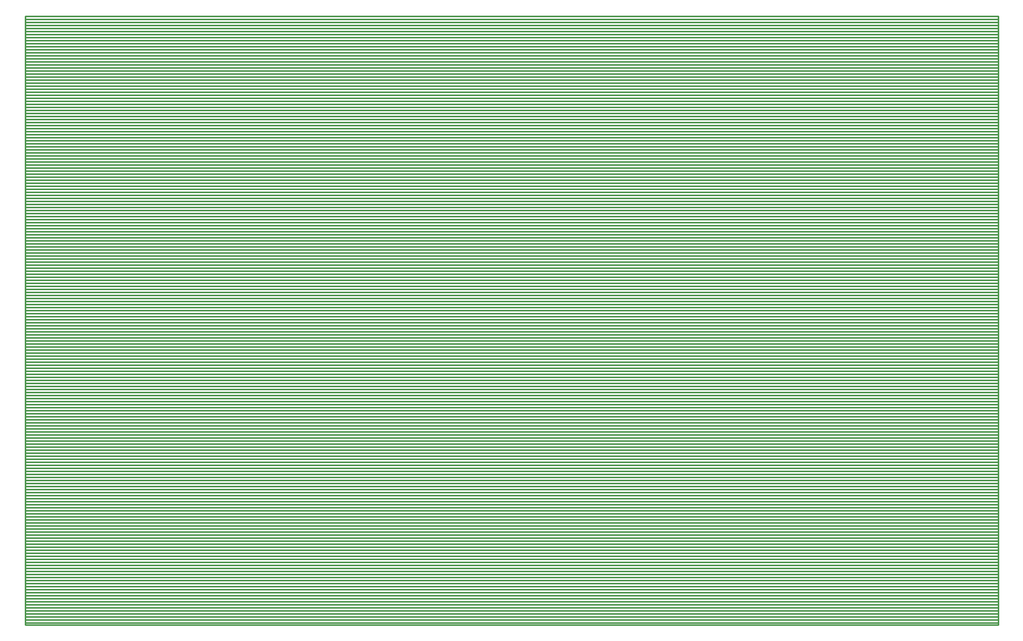
<source format=gbr>
%TF.GenerationSoftware,KiCad,Pcbnew,6.0.7+dfsg-1build1*%
%TF.CreationDate,2023-04-01T18:07:47-07:00*%
%TF.ProjectId,test_pcb-full-bed,74657374-5f70-4636-922d-66756c6c2d62,rev?*%
%TF.SameCoordinates,Original*%
%TF.FileFunction,Copper,L1,Top*%
%TF.FilePolarity,Positive*%
%FSLAX46Y46*%
G04 Gerber Fmt 4.6, Leading zero omitted, Abs format (unit mm)*
G04 Created by KiCad (PCBNEW 6.0.7+dfsg-1build1) date 2023-04-01 18:07:47*
%MOMM*%
%LPD*%
G01*
G04 APERTURE LIST*
%TA.AperFunction,Conductor*%
%ADD10C,0.250000*%
%TD*%
G04 APERTURE END LIST*
D10*
%TO.N,*%
X26958000Y-92202000D02*
X189958000Y-92202000D01*
X26958000Y-81026000D02*
X189958000Y-81026000D01*
X26958000Y-58166000D02*
X189958000Y-58166000D01*
X26958000Y-112522000D02*
X189958000Y-112522000D01*
X26958000Y-85090000D02*
X189958000Y-85090000D01*
X26958000Y-45974000D02*
X189958000Y-45974000D01*
X26958000Y-124206000D02*
X189958000Y-124206000D01*
X26958000Y-99314000D02*
X189958000Y-99314000D01*
X26958000Y-65278000D02*
X189958000Y-65278000D01*
X26958000Y-37338000D02*
X189958000Y-37338000D01*
X26958000Y-57150000D02*
X189958000Y-57150000D01*
X26958000Y-108966000D02*
X189958000Y-108966000D01*
X26958000Y-67818000D02*
X189958000Y-67818000D01*
X26958000Y-56134000D02*
X189958000Y-56134000D01*
X26958000Y-99822000D02*
X189958000Y-99822000D01*
X26958000Y-79502000D02*
X189958000Y-79502000D01*
X26958000Y-42926000D02*
X189958000Y-42926000D01*
X26958000Y-44958000D02*
X189958000Y-44958000D01*
X26958000Y-28194000D02*
X189958000Y-28194000D01*
X26958000Y-96774000D02*
X189958000Y-96774000D01*
X26958000Y-39878000D02*
X189958000Y-39878000D01*
X26958000Y-45466000D02*
X189958000Y-45466000D01*
X26958000Y-100838000D02*
X189958000Y-100838000D01*
X26958000Y-51054000D02*
X189958000Y-51054000D01*
X26958000Y-43434000D02*
X189958000Y-43434000D01*
X26958000Y-41402000D02*
X189958000Y-41402000D01*
X26958000Y-66294000D02*
X189958000Y-66294000D01*
X26958000Y-84074000D02*
X189958000Y-84074000D01*
X26958000Y-30226000D02*
X189958000Y-30226000D01*
X26958000Y-33274000D02*
X189958000Y-33274000D01*
X26958000Y-95758000D02*
X189958000Y-95758000D01*
X26958000Y-100330000D02*
X189958000Y-100330000D01*
X26958000Y-31750000D02*
X189958000Y-31750000D01*
X26958000Y-48006000D02*
X189958000Y-48006000D01*
X26958000Y-27686000D02*
X189958000Y-27686000D01*
X26958000Y-33782000D02*
X189958000Y-33782000D01*
X26958000Y-125222000D02*
X189958000Y-125222000D01*
X26958000Y-68326000D02*
X189958000Y-68326000D01*
X26958000Y-123698000D02*
X189958000Y-123698000D01*
X26958000Y-37846000D02*
X189958000Y-37846000D01*
X26958000Y-65786000D02*
X189958000Y-65786000D01*
X26958000Y-28702000D02*
X189958000Y-28702000D01*
X26958000Y-40894000D02*
X189958000Y-40894000D01*
X26958000Y-70358000D02*
X189958000Y-70358000D01*
X26958000Y-38862000D02*
X189958000Y-38862000D01*
X26958000Y-94742000D02*
X189958000Y-94742000D01*
X26958000Y-112014000D02*
X189958000Y-112014000D01*
X26958000Y-95250000D02*
X189958000Y-95250000D01*
X26958000Y-92710000D02*
X189958000Y-92710000D01*
X26958000Y-126238000D02*
X189958000Y-126238000D01*
X26958000Y-102362000D02*
X189958000Y-102362000D01*
X26958000Y-50546000D02*
X189958000Y-50546000D01*
X26958000Y-122682000D02*
X189958000Y-122682000D01*
X26958000Y-42418000D02*
X189958000Y-42418000D01*
X26958000Y-34290000D02*
X189958000Y-34290000D01*
X26958000Y-88646000D02*
X189958000Y-88646000D01*
X26958000Y-29718000D02*
X189958000Y-29718000D01*
X26958000Y-66802000D02*
X189958000Y-66802000D01*
X26958000Y-116078000D02*
X189958000Y-116078000D01*
X26958000Y-123190000D02*
X189958000Y-123190000D01*
X26958000Y-73914000D02*
X189958000Y-73914000D01*
X26958000Y-119126000D02*
X189958000Y-119126000D01*
X26958000Y-67310000D02*
X189958000Y-67310000D01*
X26958000Y-61214000D02*
X189958000Y-61214000D01*
X26958000Y-53594000D02*
X189958000Y-53594000D01*
X26958000Y-34798000D02*
X189958000Y-34798000D01*
X26958000Y-77978000D02*
X189958000Y-77978000D01*
X26958000Y-27178000D02*
X189958000Y-27178000D01*
X26958000Y-89662000D02*
X189958000Y-89662000D01*
X26958000Y-97790000D02*
X189958000Y-97790000D01*
X26958000Y-41910000D02*
X189958000Y-41910000D01*
X26958000Y-93726000D02*
X189958000Y-93726000D01*
X26958000Y-110998000D02*
X189958000Y-110998000D01*
X26958000Y-73406000D02*
X189958000Y-73406000D01*
X26958000Y-126746000D02*
X189958000Y-126746000D01*
X26958000Y-76962000D02*
X189958000Y-76962000D01*
X26958000Y-35306000D02*
X189958000Y-35306000D01*
X26958000Y-118618000D02*
X189958000Y-118618000D01*
X26958000Y-51562000D02*
X189958000Y-51562000D01*
X26958000Y-54102000D02*
X189958000Y-54102000D01*
X26958000Y-49530000D02*
X189958000Y-49530000D01*
X26958000Y-31242000D02*
X189958000Y-31242000D01*
X26958000Y-56642000D02*
X189958000Y-56642000D01*
X26958000Y-69850000D02*
X189958000Y-69850000D01*
X26958000Y-71374000D02*
X189958000Y-71374000D01*
X26958000Y-72390000D02*
X189958000Y-72390000D01*
X26958000Y-84582000D02*
X189958000Y-84582000D01*
X26958000Y-63246000D02*
X189958000Y-63246000D01*
X26958000Y-115062000D02*
X189958000Y-115062000D01*
X26958000Y-91694000D02*
X189958000Y-91694000D01*
X26958000Y-61722000D02*
X189958000Y-61722000D01*
X26958000Y-59182000D02*
X189958000Y-59182000D01*
X26958000Y-29210000D02*
X189958000Y-29210000D01*
X26958000Y-82550000D02*
X189958000Y-82550000D01*
X26958000Y-55626000D02*
X189958000Y-55626000D01*
X26958000Y-108458000D02*
X189958000Y-108458000D01*
X26958000Y-104394000D02*
X189958000Y-104394000D01*
X26958000Y-26670000D02*
X189958000Y-26670000D01*
X26958000Y-74930000D02*
X189958000Y-74930000D01*
X26958000Y-106426000D02*
X189958000Y-106426000D01*
X26958000Y-26670000D02*
X26958000Y-128670000D01*
X26958000Y-89154000D02*
X189958000Y-89154000D01*
X26958000Y-114554000D02*
X189958000Y-114554000D01*
X26958000Y-121666000D02*
X189958000Y-121666000D01*
X26958000Y-75946000D02*
X189958000Y-75946000D01*
X26958000Y-90678000D02*
X189958000Y-90678000D01*
X26958000Y-121158000D02*
X189958000Y-121158000D01*
X26958000Y-128270000D02*
X189958000Y-128270000D01*
X26958000Y-54610000D02*
X189958000Y-54610000D01*
X26958000Y-124714000D02*
X189958000Y-124714000D01*
X26958000Y-127762000D02*
X189958000Y-127762000D01*
X26958000Y-127254000D02*
X189958000Y-127254000D01*
X26958000Y-90170000D02*
X189958000Y-90170000D01*
X26958000Y-119634000D02*
X189958000Y-119634000D01*
X26958000Y-103378000D02*
X189958000Y-103378000D01*
X26958000Y-62230000D02*
X189958000Y-62230000D01*
X26958000Y-48514000D02*
X189958000Y-48514000D01*
X26958000Y-94234000D02*
X189958000Y-94234000D01*
X26958000Y-52578000D02*
X189958000Y-52578000D01*
X26958000Y-78486000D02*
X189958000Y-78486000D01*
X26958000Y-68834000D02*
X189958000Y-68834000D01*
X26958000Y-78994000D02*
X189958000Y-78994000D01*
X26958000Y-52070000D02*
X189958000Y-52070000D01*
X26958000Y-36322000D02*
X189958000Y-36322000D01*
X26958000Y-62738000D02*
X189958000Y-62738000D01*
X26958000Y-104902000D02*
X189958000Y-104902000D01*
X26958000Y-83058000D02*
X189958000Y-83058000D01*
X26958000Y-116586000D02*
X189958000Y-116586000D01*
X26958000Y-49022000D02*
X189958000Y-49022000D01*
X26958000Y-85598000D02*
X189958000Y-85598000D01*
X26958000Y-75438000D02*
X189958000Y-75438000D01*
X26958000Y-64770000D02*
X189958000Y-64770000D01*
X26958000Y-86614000D02*
X189958000Y-86614000D01*
X26958000Y-58674000D02*
X189958000Y-58674000D01*
X26958000Y-57658000D02*
X189958000Y-57658000D01*
X26958000Y-82042000D02*
X189958000Y-82042000D01*
X26958000Y-98806000D02*
X189958000Y-98806000D01*
X26958000Y-113538000D02*
X189958000Y-113538000D01*
X26958000Y-80010000D02*
X189958000Y-80010000D01*
X26958000Y-128670000D02*
X189958000Y-128670000D01*
X26958000Y-125730000D02*
X189958000Y-125730000D01*
X26958000Y-77470000D02*
X189958000Y-77470000D01*
X26958000Y-113030000D02*
X189958000Y-113030000D01*
X26958000Y-117094000D02*
X189958000Y-117094000D01*
X26958000Y-98298000D02*
X189958000Y-98298000D01*
X26958000Y-60198000D02*
X189958000Y-60198000D01*
X26958000Y-72898000D02*
X189958000Y-72898000D01*
X26958000Y-110490000D02*
X189958000Y-110490000D01*
X26958000Y-87122000D02*
X189958000Y-87122000D01*
X26958000Y-80518000D02*
X189958000Y-80518000D01*
X26958000Y-50038000D02*
X189958000Y-50038000D01*
X26958000Y-105918000D02*
X189958000Y-105918000D01*
X26958000Y-111506000D02*
X189958000Y-111506000D01*
X26958000Y-105410000D02*
X189958000Y-105410000D01*
X26958000Y-47498000D02*
X189958000Y-47498000D01*
X26958000Y-32766000D02*
X189958000Y-32766000D01*
X26958000Y-118110000D02*
X189958000Y-118110000D01*
X26958000Y-107442000D02*
X189958000Y-107442000D01*
X26958000Y-122174000D02*
X189958000Y-122174000D01*
X26958000Y-70866000D02*
X189958000Y-70866000D01*
X26958000Y-91186000D02*
X189958000Y-91186000D01*
X26958000Y-44450000D02*
X189958000Y-44450000D01*
X26958000Y-60706000D02*
X189958000Y-60706000D01*
X26958000Y-101854000D02*
X189958000Y-101854000D01*
X26958000Y-64262000D02*
X189958000Y-64262000D01*
X26958000Y-106934000D02*
X189958000Y-106934000D01*
X26958000Y-97282000D02*
X189958000Y-97282000D01*
X26958000Y-87630000D02*
X189958000Y-87630000D01*
X26958000Y-38354000D02*
X189958000Y-38354000D01*
X26958000Y-120650000D02*
X189958000Y-120650000D01*
X26958000Y-83566000D02*
X189958000Y-83566000D01*
X26958000Y-43942000D02*
X189958000Y-43942000D01*
X26958000Y-46482000D02*
X189958000Y-46482000D01*
X26958000Y-109474000D02*
X189958000Y-109474000D01*
X26958000Y-74422000D02*
X189958000Y-74422000D01*
X26958000Y-93218000D02*
X189958000Y-93218000D01*
X26958000Y-88138000D02*
X189958000Y-88138000D01*
X26958000Y-46990000D02*
X189958000Y-46990000D01*
X26958000Y-107950000D02*
X189958000Y-107950000D01*
X26958000Y-36830000D02*
X189958000Y-36830000D01*
X26958000Y-32258000D02*
X189958000Y-32258000D01*
X26958000Y-39370000D02*
X189958000Y-39370000D01*
X26958000Y-69342000D02*
X189958000Y-69342000D01*
X26958000Y-86106000D02*
X189958000Y-86106000D01*
X26958000Y-81534000D02*
X189958000Y-81534000D01*
X26958000Y-101346000D02*
X189958000Y-101346000D01*
X26958000Y-35814000D02*
X189958000Y-35814000D01*
X26958000Y-63754000D02*
X189958000Y-63754000D01*
X26958000Y-71882000D02*
X189958000Y-71882000D01*
X189958000Y-26670000D02*
X189958000Y-128670000D01*
X26958000Y-109982000D02*
X189958000Y-109982000D01*
X26958000Y-30734000D02*
X189958000Y-30734000D01*
X26958000Y-114046000D02*
X189958000Y-114046000D01*
X26958000Y-115570000D02*
X189958000Y-115570000D01*
X26958000Y-120142000D02*
X189958000Y-120142000D01*
X26958000Y-40386000D02*
X189958000Y-40386000D01*
X26958000Y-96266000D02*
X189958000Y-96266000D01*
X26958000Y-102870000D02*
X189958000Y-102870000D01*
X26958000Y-117602000D02*
X189958000Y-117602000D01*
X26958000Y-76454000D02*
X189958000Y-76454000D01*
X26958000Y-53086000D02*
X189958000Y-53086000D01*
X26958000Y-59690000D02*
X189958000Y-59690000D01*
X26958000Y-55118000D02*
X189958000Y-55118000D01*
X26958000Y-103886000D02*
X189958000Y-103886000D01*
%TD*%
M02*

</source>
